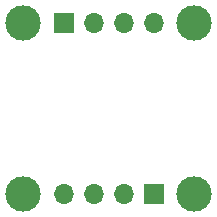
<source format=gbs>
%TF.GenerationSoftware,KiCad,Pcbnew,7.0.10*%
%TF.CreationDate,2025-02-08T17:35:44-05:00*%
%TF.ProjectId,pcb2,70636232-2e6b-4696-9361-645f70636258,rev?*%
%TF.SameCoordinates,Original*%
%TF.FileFunction,Soldermask,Bot*%
%TF.FilePolarity,Negative*%
%FSLAX46Y46*%
G04 Gerber Fmt 4.6, Leading zero omitted, Abs format (unit mm)*
G04 Created by KiCad (PCBNEW 7.0.10) date 2025-02-08 17:35:44*
%MOMM*%
%LPD*%
G01*
G04 APERTURE LIST*
%ADD10C,3.000000*%
%ADD11R,1.700000X1.700000*%
%ADD12O,1.700000X1.700000*%
G04 APERTURE END LIST*
D10*
%TO.C,H4*%
X167010000Y-110910000D03*
%TD*%
%TO.C,H3*%
X152510000Y-110910000D03*
%TD*%
%TO.C,H2*%
X167010000Y-96410000D03*
%TD*%
D11*
%TO.C,J2*%
X155950000Y-96410000D03*
D12*
X158490000Y-96410000D03*
X161030000Y-96410000D03*
X163570000Y-96410000D03*
%TD*%
%TO.C,J1*%
X155950000Y-110910000D03*
X158490000Y-110910000D03*
X161030000Y-110910000D03*
D11*
X163570000Y-110910000D03*
%TD*%
D10*
%TO.C,H1*%
X152510000Y-96410000D03*
%TD*%
M02*

</source>
